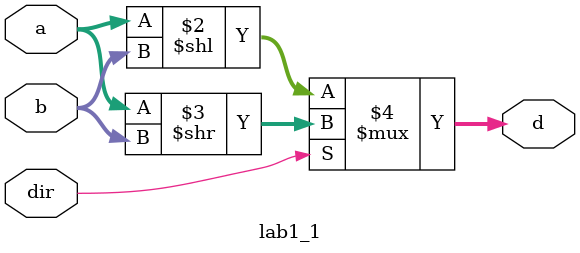
<source format=v>
`timescale 1ns/100ps

module lab1_1 (a, b, dir, d);

    input [3:0] a;
    input [1:0] b;
    input dir;
    output wire [3:0] d;

    assign d = (dir == 0) ? (a << b) : (a >> b);

endmodule

</source>
